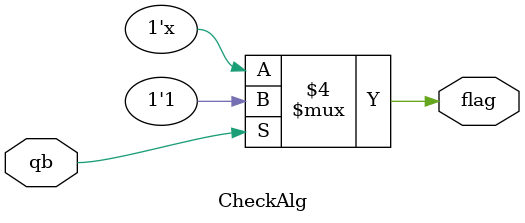
<source format=sv>
module CheckAlg(
	
	input logic qb,
	output logic flag

);

	always_comb
	begin
		if (qb == 1) begin
			flag = 1;
		end
	end
endmodule

</source>
